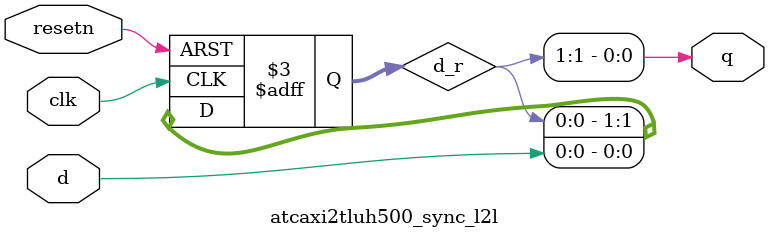
<source format=v>
module atcaxi2tluh500_sync_l2l ( 
    // VPERL: &PORTLIST;
    // VPERL_GENERATED_BEGIN
    	  resetn,   
    	  clk,      
    	  d,        
    	  q         
    // VPERL_GENERATED_END
);

parameter SYNC_STAGE = 2;
parameter RESET_VALUE = 1'b0;

input  resetn; 
input  clk;
input  d;
output q;

reg [SYNC_STAGE-1:0] d_r;

assign q = d_r[SYNC_STAGE-1];
always @(posedge clk or negedge resetn)begin
    if(!resetn)begin
        d_r <= {SYNC_STAGE{RESET_VALUE}};
    end
    else begin
        d_r <= {d_r[SYNC_STAGE-2:0], d};
    end
end

endmodule


</source>
